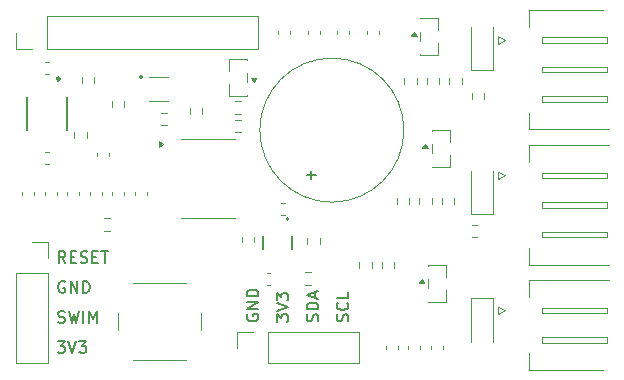
<source format=gto>
%TF.GenerationSoftware,KiCad,Pcbnew,9.0.6*%
%TF.CreationDate,2025-11-13T00:04:27-05:00*%
%TF.ProjectId,mask-board,6d61736b-2d62-46f6-9172-642e6b696361,rev?*%
%TF.SameCoordinates,Original*%
%TF.FileFunction,Legend,Top*%
%TF.FilePolarity,Positive*%
%FSLAX46Y46*%
G04 Gerber Fmt 4.6, Leading zero omitted, Abs format (unit mm)*
G04 Created by KiCad (PCBNEW 9.0.6) date 2025-11-13 00:04:27*
%MOMM*%
%LPD*%
G01*
G04 APERTURE LIST*
%ADD10C,0.200000*%
%ADD11C,0.150000*%
%ADD12C,0.120000*%
%ADD13C,0.127000*%
%ADD14C,0.100000*%
%ADD15C,0.250000*%
G04 APERTURE END LIST*
D10*
X125988482Y-99829838D02*
X125893244Y-99782219D01*
X125893244Y-99782219D02*
X125750387Y-99782219D01*
X125750387Y-99782219D02*
X125607530Y-99829838D01*
X125607530Y-99829838D02*
X125512292Y-99925076D01*
X125512292Y-99925076D02*
X125464673Y-100020314D01*
X125464673Y-100020314D02*
X125417054Y-100210790D01*
X125417054Y-100210790D02*
X125417054Y-100353647D01*
X125417054Y-100353647D02*
X125464673Y-100544123D01*
X125464673Y-100544123D02*
X125512292Y-100639361D01*
X125512292Y-100639361D02*
X125607530Y-100734600D01*
X125607530Y-100734600D02*
X125750387Y-100782219D01*
X125750387Y-100782219D02*
X125845625Y-100782219D01*
X125845625Y-100782219D02*
X125988482Y-100734600D01*
X125988482Y-100734600D02*
X126036101Y-100686980D01*
X126036101Y-100686980D02*
X126036101Y-100353647D01*
X126036101Y-100353647D02*
X125845625Y-100353647D01*
X126464673Y-100782219D02*
X126464673Y-99782219D01*
X126464673Y-99782219D02*
X127036101Y-100782219D01*
X127036101Y-100782219D02*
X127036101Y-99782219D01*
X127512292Y-100782219D02*
X127512292Y-99782219D01*
X127512292Y-99782219D02*
X127750387Y-99782219D01*
X127750387Y-99782219D02*
X127893244Y-99829838D01*
X127893244Y-99829838D02*
X127988482Y-99925076D01*
X127988482Y-99925076D02*
X128036101Y-100020314D01*
X128036101Y-100020314D02*
X128083720Y-100210790D01*
X128083720Y-100210790D02*
X128083720Y-100353647D01*
X128083720Y-100353647D02*
X128036101Y-100544123D01*
X128036101Y-100544123D02*
X127988482Y-100639361D01*
X127988482Y-100639361D02*
X127893244Y-100734600D01*
X127893244Y-100734600D02*
X127750387Y-100782219D01*
X127750387Y-100782219D02*
X127512292Y-100782219D01*
X141422338Y-102611517D02*
X141374719Y-102706755D01*
X141374719Y-102706755D02*
X141374719Y-102849612D01*
X141374719Y-102849612D02*
X141422338Y-102992469D01*
X141422338Y-102992469D02*
X141517576Y-103087707D01*
X141517576Y-103087707D02*
X141612814Y-103135326D01*
X141612814Y-103135326D02*
X141803290Y-103182945D01*
X141803290Y-103182945D02*
X141946147Y-103182945D01*
X141946147Y-103182945D02*
X142136623Y-103135326D01*
X142136623Y-103135326D02*
X142231861Y-103087707D01*
X142231861Y-103087707D02*
X142327100Y-102992469D01*
X142327100Y-102992469D02*
X142374719Y-102849612D01*
X142374719Y-102849612D02*
X142374719Y-102754374D01*
X142374719Y-102754374D02*
X142327100Y-102611517D01*
X142327100Y-102611517D02*
X142279480Y-102563898D01*
X142279480Y-102563898D02*
X141946147Y-102563898D01*
X141946147Y-102563898D02*
X141946147Y-102754374D01*
X142374719Y-102135326D02*
X141374719Y-102135326D01*
X141374719Y-102135326D02*
X142374719Y-101563898D01*
X142374719Y-101563898D02*
X141374719Y-101563898D01*
X142374719Y-101087707D02*
X141374719Y-101087707D01*
X141374719Y-101087707D02*
X141374719Y-100849612D01*
X141374719Y-100849612D02*
X141422338Y-100706755D01*
X141422338Y-100706755D02*
X141517576Y-100611517D01*
X141517576Y-100611517D02*
X141612814Y-100563898D01*
X141612814Y-100563898D02*
X141803290Y-100516279D01*
X141803290Y-100516279D02*
X141946147Y-100516279D01*
X141946147Y-100516279D02*
X142136623Y-100563898D01*
X142136623Y-100563898D02*
X142231861Y-100611517D01*
X142231861Y-100611517D02*
X142327100Y-100706755D01*
X142327100Y-100706755D02*
X142374719Y-100849612D01*
X142374719Y-100849612D02*
X142374719Y-101087707D01*
X126036101Y-98242219D02*
X125702768Y-97766028D01*
X125464673Y-98242219D02*
X125464673Y-97242219D01*
X125464673Y-97242219D02*
X125845625Y-97242219D01*
X125845625Y-97242219D02*
X125940863Y-97289838D01*
X125940863Y-97289838D02*
X125988482Y-97337457D01*
X125988482Y-97337457D02*
X126036101Y-97432695D01*
X126036101Y-97432695D02*
X126036101Y-97575552D01*
X126036101Y-97575552D02*
X125988482Y-97670790D01*
X125988482Y-97670790D02*
X125940863Y-97718409D01*
X125940863Y-97718409D02*
X125845625Y-97766028D01*
X125845625Y-97766028D02*
X125464673Y-97766028D01*
X126464673Y-97718409D02*
X126798006Y-97718409D01*
X126940863Y-98242219D02*
X126464673Y-98242219D01*
X126464673Y-98242219D02*
X126464673Y-97242219D01*
X126464673Y-97242219D02*
X126940863Y-97242219D01*
X127321816Y-98194600D02*
X127464673Y-98242219D01*
X127464673Y-98242219D02*
X127702768Y-98242219D01*
X127702768Y-98242219D02*
X127798006Y-98194600D01*
X127798006Y-98194600D02*
X127845625Y-98146980D01*
X127845625Y-98146980D02*
X127893244Y-98051742D01*
X127893244Y-98051742D02*
X127893244Y-97956504D01*
X127893244Y-97956504D02*
X127845625Y-97861266D01*
X127845625Y-97861266D02*
X127798006Y-97813647D01*
X127798006Y-97813647D02*
X127702768Y-97766028D01*
X127702768Y-97766028D02*
X127512292Y-97718409D01*
X127512292Y-97718409D02*
X127417054Y-97670790D01*
X127417054Y-97670790D02*
X127369435Y-97623171D01*
X127369435Y-97623171D02*
X127321816Y-97527933D01*
X127321816Y-97527933D02*
X127321816Y-97432695D01*
X127321816Y-97432695D02*
X127369435Y-97337457D01*
X127369435Y-97337457D02*
X127417054Y-97289838D01*
X127417054Y-97289838D02*
X127512292Y-97242219D01*
X127512292Y-97242219D02*
X127750387Y-97242219D01*
X127750387Y-97242219D02*
X127893244Y-97289838D01*
X128321816Y-97718409D02*
X128655149Y-97718409D01*
X128798006Y-98242219D02*
X128321816Y-98242219D01*
X128321816Y-98242219D02*
X128321816Y-97242219D01*
X128321816Y-97242219D02*
X128798006Y-97242219D01*
X129083721Y-97242219D02*
X129655149Y-97242219D01*
X129369435Y-98242219D02*
X129369435Y-97242219D01*
X147407100Y-103182945D02*
X147454719Y-103040088D01*
X147454719Y-103040088D02*
X147454719Y-102801993D01*
X147454719Y-102801993D02*
X147407100Y-102706755D01*
X147407100Y-102706755D02*
X147359480Y-102659136D01*
X147359480Y-102659136D02*
X147264242Y-102611517D01*
X147264242Y-102611517D02*
X147169004Y-102611517D01*
X147169004Y-102611517D02*
X147073766Y-102659136D01*
X147073766Y-102659136D02*
X147026147Y-102706755D01*
X147026147Y-102706755D02*
X146978528Y-102801993D01*
X146978528Y-102801993D02*
X146930909Y-102992469D01*
X146930909Y-102992469D02*
X146883290Y-103087707D01*
X146883290Y-103087707D02*
X146835671Y-103135326D01*
X146835671Y-103135326D02*
X146740433Y-103182945D01*
X146740433Y-103182945D02*
X146645195Y-103182945D01*
X146645195Y-103182945D02*
X146549957Y-103135326D01*
X146549957Y-103135326D02*
X146502338Y-103087707D01*
X146502338Y-103087707D02*
X146454719Y-102992469D01*
X146454719Y-102992469D02*
X146454719Y-102754374D01*
X146454719Y-102754374D02*
X146502338Y-102611517D01*
X147454719Y-102182945D02*
X146454719Y-102182945D01*
X146454719Y-102182945D02*
X146454719Y-101944850D01*
X146454719Y-101944850D02*
X146502338Y-101801993D01*
X146502338Y-101801993D02*
X146597576Y-101706755D01*
X146597576Y-101706755D02*
X146692814Y-101659136D01*
X146692814Y-101659136D02*
X146883290Y-101611517D01*
X146883290Y-101611517D02*
X147026147Y-101611517D01*
X147026147Y-101611517D02*
X147216623Y-101659136D01*
X147216623Y-101659136D02*
X147311861Y-101706755D01*
X147311861Y-101706755D02*
X147407100Y-101801993D01*
X147407100Y-101801993D02*
X147454719Y-101944850D01*
X147454719Y-101944850D02*
X147454719Y-102182945D01*
X147169004Y-101230564D02*
X147169004Y-100754374D01*
X147454719Y-101325802D02*
X146454719Y-100992469D01*
X146454719Y-100992469D02*
X147454719Y-100659136D01*
X149947100Y-103182945D02*
X149994719Y-103040088D01*
X149994719Y-103040088D02*
X149994719Y-102801993D01*
X149994719Y-102801993D02*
X149947100Y-102706755D01*
X149947100Y-102706755D02*
X149899480Y-102659136D01*
X149899480Y-102659136D02*
X149804242Y-102611517D01*
X149804242Y-102611517D02*
X149709004Y-102611517D01*
X149709004Y-102611517D02*
X149613766Y-102659136D01*
X149613766Y-102659136D02*
X149566147Y-102706755D01*
X149566147Y-102706755D02*
X149518528Y-102801993D01*
X149518528Y-102801993D02*
X149470909Y-102992469D01*
X149470909Y-102992469D02*
X149423290Y-103087707D01*
X149423290Y-103087707D02*
X149375671Y-103135326D01*
X149375671Y-103135326D02*
X149280433Y-103182945D01*
X149280433Y-103182945D02*
X149185195Y-103182945D01*
X149185195Y-103182945D02*
X149089957Y-103135326D01*
X149089957Y-103135326D02*
X149042338Y-103087707D01*
X149042338Y-103087707D02*
X148994719Y-102992469D01*
X148994719Y-102992469D02*
X148994719Y-102754374D01*
X148994719Y-102754374D02*
X149042338Y-102611517D01*
X149899480Y-101611517D02*
X149947100Y-101659136D01*
X149947100Y-101659136D02*
X149994719Y-101801993D01*
X149994719Y-101801993D02*
X149994719Y-101897231D01*
X149994719Y-101897231D02*
X149947100Y-102040088D01*
X149947100Y-102040088D02*
X149851861Y-102135326D01*
X149851861Y-102135326D02*
X149756623Y-102182945D01*
X149756623Y-102182945D02*
X149566147Y-102230564D01*
X149566147Y-102230564D02*
X149423290Y-102230564D01*
X149423290Y-102230564D02*
X149232814Y-102182945D01*
X149232814Y-102182945D02*
X149137576Y-102135326D01*
X149137576Y-102135326D02*
X149042338Y-102040088D01*
X149042338Y-102040088D02*
X148994719Y-101897231D01*
X148994719Y-101897231D02*
X148994719Y-101801993D01*
X148994719Y-101801993D02*
X149042338Y-101659136D01*
X149042338Y-101659136D02*
X149089957Y-101611517D01*
X149994719Y-100706755D02*
X149994719Y-101182945D01*
X149994719Y-101182945D02*
X148994719Y-101182945D01*
X125417054Y-103274600D02*
X125559911Y-103322219D01*
X125559911Y-103322219D02*
X125798006Y-103322219D01*
X125798006Y-103322219D02*
X125893244Y-103274600D01*
X125893244Y-103274600D02*
X125940863Y-103226980D01*
X125940863Y-103226980D02*
X125988482Y-103131742D01*
X125988482Y-103131742D02*
X125988482Y-103036504D01*
X125988482Y-103036504D02*
X125940863Y-102941266D01*
X125940863Y-102941266D02*
X125893244Y-102893647D01*
X125893244Y-102893647D02*
X125798006Y-102846028D01*
X125798006Y-102846028D02*
X125607530Y-102798409D01*
X125607530Y-102798409D02*
X125512292Y-102750790D01*
X125512292Y-102750790D02*
X125464673Y-102703171D01*
X125464673Y-102703171D02*
X125417054Y-102607933D01*
X125417054Y-102607933D02*
X125417054Y-102512695D01*
X125417054Y-102512695D02*
X125464673Y-102417457D01*
X125464673Y-102417457D02*
X125512292Y-102369838D01*
X125512292Y-102369838D02*
X125607530Y-102322219D01*
X125607530Y-102322219D02*
X125845625Y-102322219D01*
X125845625Y-102322219D02*
X125988482Y-102369838D01*
X126321816Y-102322219D02*
X126559911Y-103322219D01*
X126559911Y-103322219D02*
X126750387Y-102607933D01*
X126750387Y-102607933D02*
X126940863Y-103322219D01*
X126940863Y-103322219D02*
X127178959Y-102322219D01*
X127559911Y-103322219D02*
X127559911Y-102322219D01*
X128036101Y-103322219D02*
X128036101Y-102322219D01*
X128036101Y-102322219D02*
X128369434Y-103036504D01*
X128369434Y-103036504D02*
X128702767Y-102322219D01*
X128702767Y-102322219D02*
X128702767Y-103322219D01*
X125369435Y-104862219D02*
X125988482Y-104862219D01*
X125988482Y-104862219D02*
X125655149Y-105243171D01*
X125655149Y-105243171D02*
X125798006Y-105243171D01*
X125798006Y-105243171D02*
X125893244Y-105290790D01*
X125893244Y-105290790D02*
X125940863Y-105338409D01*
X125940863Y-105338409D02*
X125988482Y-105433647D01*
X125988482Y-105433647D02*
X125988482Y-105671742D01*
X125988482Y-105671742D02*
X125940863Y-105766980D01*
X125940863Y-105766980D02*
X125893244Y-105814600D01*
X125893244Y-105814600D02*
X125798006Y-105862219D01*
X125798006Y-105862219D02*
X125512292Y-105862219D01*
X125512292Y-105862219D02*
X125417054Y-105814600D01*
X125417054Y-105814600D02*
X125369435Y-105766980D01*
X126274197Y-104862219D02*
X126607530Y-105862219D01*
X126607530Y-105862219D02*
X126940863Y-104862219D01*
X127178959Y-104862219D02*
X127798006Y-104862219D01*
X127798006Y-104862219D02*
X127464673Y-105243171D01*
X127464673Y-105243171D02*
X127607530Y-105243171D01*
X127607530Y-105243171D02*
X127702768Y-105290790D01*
X127702768Y-105290790D02*
X127750387Y-105338409D01*
X127750387Y-105338409D02*
X127798006Y-105433647D01*
X127798006Y-105433647D02*
X127798006Y-105671742D01*
X127798006Y-105671742D02*
X127750387Y-105766980D01*
X127750387Y-105766980D02*
X127702768Y-105814600D01*
X127702768Y-105814600D02*
X127607530Y-105862219D01*
X127607530Y-105862219D02*
X127321816Y-105862219D01*
X127321816Y-105862219D02*
X127226578Y-105814600D01*
X127226578Y-105814600D02*
X127178959Y-105766980D01*
X143914719Y-103230564D02*
X143914719Y-102611517D01*
X143914719Y-102611517D02*
X144295671Y-102944850D01*
X144295671Y-102944850D02*
X144295671Y-102801993D01*
X144295671Y-102801993D02*
X144343290Y-102706755D01*
X144343290Y-102706755D02*
X144390909Y-102659136D01*
X144390909Y-102659136D02*
X144486147Y-102611517D01*
X144486147Y-102611517D02*
X144724242Y-102611517D01*
X144724242Y-102611517D02*
X144819480Y-102659136D01*
X144819480Y-102659136D02*
X144867100Y-102706755D01*
X144867100Y-102706755D02*
X144914719Y-102801993D01*
X144914719Y-102801993D02*
X144914719Y-103087707D01*
X144914719Y-103087707D02*
X144867100Y-103182945D01*
X144867100Y-103182945D02*
X144819480Y-103230564D01*
X143914719Y-102325802D02*
X144914719Y-101992469D01*
X144914719Y-101992469D02*
X143914719Y-101659136D01*
X143914719Y-101421040D02*
X143914719Y-100801993D01*
X143914719Y-100801993D02*
X144295671Y-101135326D01*
X144295671Y-101135326D02*
X144295671Y-100992469D01*
X144295671Y-100992469D02*
X144343290Y-100897231D01*
X144343290Y-100897231D02*
X144390909Y-100849612D01*
X144390909Y-100849612D02*
X144486147Y-100801993D01*
X144486147Y-100801993D02*
X144724242Y-100801993D01*
X144724242Y-100801993D02*
X144819480Y-100849612D01*
X144819480Y-100849612D02*
X144867100Y-100897231D01*
X144867100Y-100897231D02*
X144914719Y-100992469D01*
X144914719Y-100992469D02*
X144914719Y-101278183D01*
X144914719Y-101278183D02*
X144867100Y-101373421D01*
X144867100Y-101373421D02*
X144819480Y-101421040D01*
D11*
X146863866Y-91185951D02*
X146863866Y-90424047D01*
X147244819Y-90804999D02*
X146482914Y-90804999D01*
D12*
%TO.C,R5*%
X134157742Y-85520000D02*
X134632258Y-85520000D01*
X134157742Y-86565000D02*
X134632258Y-86565000D01*
%TO.C,M1*%
X162682500Y-79075000D02*
X162682500Y-79675000D01*
X162682500Y-79675000D02*
X163282500Y-79375000D01*
X163282500Y-79375000D02*
X162682500Y-79075000D01*
X165282500Y-76815000D02*
X165282500Y-78235000D01*
X165282500Y-86935000D02*
X165282500Y-85515000D01*
X166382500Y-79125000D02*
X171882500Y-79125000D01*
X166382500Y-79625000D02*
X166382500Y-79125000D01*
X166382500Y-81625000D02*
X171882500Y-81625000D01*
X166382500Y-82125000D02*
X166382500Y-81625000D01*
X166382500Y-84125000D02*
X171882500Y-84125000D01*
X166382500Y-84625000D02*
X166382500Y-84125000D01*
X171532500Y-76815000D02*
X165282500Y-76815000D01*
X171882500Y-79125000D02*
X171882500Y-79625000D01*
X171882500Y-79625000D02*
X166382500Y-79625000D01*
X171882500Y-81625000D02*
X171882500Y-82125000D01*
X171882500Y-82125000D02*
X166382500Y-82125000D01*
X171882500Y-84125000D02*
X171882500Y-84625000D01*
X171882500Y-84625000D02*
X166382500Y-84625000D01*
X172032500Y-86935000D02*
X165282500Y-86935000D01*
%TO.C,R4*%
X129970000Y-85009758D02*
X129970000Y-84535242D01*
X131015000Y-85009758D02*
X131015000Y-84535242D01*
D13*
%TO.C,U3*%
X142798000Y-97075000D02*
X142798000Y-95965000D01*
X145238000Y-95965000D02*
X145238000Y-97075000D01*
D10*
X144918000Y-94520000D02*
G75*
G02*
X144718000Y-94520000I-100000J0D01*
G01*
X144718000Y-94520000D02*
G75*
G02*
X144918000Y-94520000I100000J0D01*
G01*
D12*
%TO.C,R1*%
X146505500Y-96162742D02*
X146505500Y-96637258D01*
X147550500Y-96162742D02*
X147550500Y-96637258D01*
%TO.C,C17*%
X156970000Y-105550580D02*
X156970000Y-105269420D01*
X157990000Y-105550580D02*
X157990000Y-105269420D01*
D14*
%TO.C,D1*%
X134687500Y-82502500D02*
X133087500Y-82502500D01*
X134687500Y-84502500D02*
X133087500Y-84502500D01*
D10*
X132537500Y-82502500D02*
G75*
G02*
X132337500Y-82502500I-100000J0D01*
G01*
X132337500Y-82502500D02*
G75*
G02*
X132537500Y-82502500I100000J0D01*
G01*
D12*
%TO.C,C2*%
X124598081Y-81262501D02*
X124316921Y-81262501D01*
X124598081Y-82282501D02*
X124316921Y-82282501D01*
%TO.C,J2*%
X140592500Y-104080000D02*
X141922500Y-104080000D01*
X140592500Y-105410000D02*
X140592500Y-104080000D01*
X143192500Y-104080000D02*
X150872500Y-104080000D01*
X143192500Y-106740000D02*
X143192500Y-104080000D01*
X143192500Y-106740000D02*
X150872500Y-106740000D01*
X150872500Y-106740000D02*
X150872500Y-104080000D01*
%TO.C,C4*%
X143358580Y-99065000D02*
X143077420Y-99065000D01*
X143358580Y-100085000D02*
X143077420Y-100085000D01*
%TO.C,R20*%
X158545000Y-83104758D02*
X158545000Y-82630242D01*
X159590000Y-83104758D02*
X159590000Y-82630242D01*
%TO.C,D3*%
X160340000Y-81952500D02*
X160340000Y-78292500D01*
X160340000Y-81952500D02*
X162240000Y-81952500D01*
X162240000Y-81952500D02*
X162240000Y-78292500D01*
%TO.C,M2*%
X162682500Y-90545000D02*
X162682500Y-91145000D01*
X162682500Y-91145000D02*
X163282500Y-90845000D01*
X163282500Y-90845000D02*
X162682500Y-90545000D01*
X165282500Y-88285000D02*
X165282500Y-89705000D01*
X165282500Y-98405000D02*
X165282500Y-96985000D01*
X166382500Y-90595000D02*
X171882500Y-90595000D01*
X166382500Y-91095000D02*
X166382500Y-90595000D01*
X166382500Y-93095000D02*
X171882500Y-93095000D01*
X166382500Y-93595000D02*
X166382500Y-93095000D01*
X166382500Y-95595000D02*
X171882500Y-95595000D01*
X166382500Y-96095000D02*
X166382500Y-95595000D01*
X171882500Y-90595000D02*
X171882500Y-91095000D01*
X171882500Y-91095000D02*
X166382500Y-91095000D01*
X171882500Y-93095000D02*
X171882500Y-93595000D01*
X171882500Y-93595000D02*
X166382500Y-93595000D01*
X171882500Y-95595000D02*
X171882500Y-96095000D01*
X171882500Y-96095000D02*
X166382500Y-96095000D01*
X172032500Y-88285000D02*
X165282500Y-88285000D01*
X172032500Y-98405000D02*
X165282500Y-98405000D01*
%TO.C,R7*%
X129302742Y-94473500D02*
X129777258Y-94473500D01*
X129302742Y-95518500D02*
X129777258Y-95518500D01*
%TO.C,R11*%
X152830000Y-98187742D02*
X152830000Y-98662258D01*
X153875000Y-98187742D02*
X153875000Y-98662258D01*
%TO.C,R16*%
X140889758Y-84567500D02*
X140415242Y-84567500D01*
X140889758Y-85612500D02*
X140415242Y-85612500D01*
%TO.C,C7*%
X128077500Y-92510580D02*
X128077500Y-92229420D01*
X129097500Y-92510580D02*
X129097500Y-92229420D01*
%TO.C,C14*%
X149036000Y-78612420D02*
X149036000Y-78893580D01*
X150056000Y-78612420D02*
X150056000Y-78893580D01*
%TO.C,R15*%
X156005000Y-93264758D02*
X156005000Y-92790242D01*
X157050000Y-93264758D02*
X157050000Y-92790242D01*
%TO.C,Q4*%
X157037500Y-87022500D02*
X158557500Y-87022500D01*
X157037500Y-87072500D02*
X157037500Y-87022500D01*
X157037500Y-88972500D02*
X157037500Y-88192500D01*
X157037500Y-90142500D02*
X157037500Y-90092500D01*
X158557500Y-87022500D02*
X158557500Y-88022500D01*
X158557500Y-89142500D02*
X158557500Y-90142500D01*
X158557500Y-90142500D02*
X157037500Y-90142500D01*
X156737500Y-88532500D02*
X156257500Y-88532500D01*
X156497500Y-88202500D01*
X156737500Y-88532500D01*
G36*
X156737500Y-88532500D02*
G01*
X156257500Y-88532500D01*
X156497500Y-88202500D01*
X156737500Y-88532500D01*
G37*
%TO.C,Q3*%
X156085000Y-77497500D02*
X157605000Y-77497500D01*
X156085000Y-77547500D02*
X156085000Y-77497500D01*
X156085000Y-79447500D02*
X156085000Y-78667500D01*
X156085000Y-80617500D02*
X156085000Y-80567500D01*
X157605000Y-77497500D02*
X157605000Y-78497500D01*
X157605000Y-79617500D02*
X157605000Y-80617500D01*
X157605000Y-80617500D02*
X156085000Y-80617500D01*
X155785000Y-79007500D02*
X155305000Y-79007500D01*
X155545000Y-78677500D01*
X155785000Y-79007500D01*
G36*
X155785000Y-79007500D02*
G01*
X155305000Y-79007500D01*
X155545000Y-78677500D01*
X155785000Y-79007500D01*
G37*
%TO.C,C1*%
X124598081Y-88882501D02*
X124316921Y-88882501D01*
X124598081Y-89902501D02*
X124316921Y-89902501D01*
%TO.C,C10*%
X122362500Y-92510580D02*
X122362500Y-92229420D01*
X123382500Y-92510580D02*
X123382500Y-92229420D01*
%TO.C,Q2*%
X156720000Y-98452500D02*
X158240000Y-98452500D01*
X156720000Y-98502500D02*
X156720000Y-98452500D01*
X156720000Y-100402500D02*
X156720000Y-99622500D01*
X156720000Y-101572500D02*
X156720000Y-101522500D01*
X158240000Y-98452500D02*
X158240000Y-99452500D01*
X158240000Y-100572500D02*
X158240000Y-101572500D01*
X158240000Y-101572500D02*
X156720000Y-101572500D01*
X156420000Y-99962500D02*
X155940000Y-99962500D01*
X156180000Y-99632500D01*
X156420000Y-99962500D01*
G36*
X156420000Y-99962500D02*
G01*
X155940000Y-99962500D01*
X156180000Y-99632500D01*
X156420000Y-99962500D01*
G37*
%TO.C,R19*%
X157910000Y-93264758D02*
X157910000Y-92790242D01*
X158955000Y-93264758D02*
X158955000Y-92790242D01*
%TO.C,D2*%
X160340000Y-101245000D02*
X160340000Y-104905000D01*
X162240000Y-101245000D02*
X160340000Y-101245000D01*
X162240000Y-101245000D02*
X162240000Y-104905000D01*
%TO.C,C13*%
X151546000Y-78612420D02*
X151546000Y-78893580D01*
X152566000Y-78612420D02*
X152566000Y-78893580D01*
%TO.C,C15*%
X146526000Y-78612420D02*
X146526000Y-78893580D01*
X147546000Y-78612420D02*
X147546000Y-78893580D01*
%TO.C,U1*%
X135802500Y-87715000D02*
X140422500Y-87715000D01*
X140422500Y-94485000D02*
X135802500Y-94485000D01*
X134252500Y-88170000D02*
X133922500Y-88410000D01*
X133922500Y-87930000D01*
X134252500Y-88170000D01*
G36*
X134252500Y-88170000D02*
G01*
X133922500Y-88410000D01*
X133922500Y-87930000D01*
X134252500Y-88170000D01*
G37*
%TO.C,C16*%
X144016000Y-78612420D02*
X144016000Y-78893580D01*
X145036000Y-78612420D02*
X145036000Y-78893580D01*
%TO.C,C18*%
X153160000Y-105550580D02*
X153160000Y-105269420D01*
X154180000Y-105550580D02*
X154180000Y-105269420D01*
%TO.C,C3*%
X144321920Y-93152500D02*
X144603080Y-93152500D01*
X144321920Y-94172500D02*
X144603080Y-94172500D01*
%TO.C,M3*%
X162682500Y-101975000D02*
X162682500Y-102575000D01*
X162682500Y-102575000D02*
X163282500Y-102275000D01*
X163282500Y-102275000D02*
X162682500Y-101975000D01*
X165282500Y-99715000D02*
X165282500Y-101135000D01*
X165282500Y-107335000D02*
X165282500Y-105915000D01*
X166382500Y-102025000D02*
X171882500Y-102025000D01*
X166382500Y-102525000D02*
X166382500Y-102025000D01*
X166382500Y-104525000D02*
X171882500Y-104525000D01*
X166382500Y-105025000D02*
X166382500Y-104525000D01*
X171532500Y-107335000D02*
X165282500Y-107335000D01*
X171882500Y-102025000D02*
X171882500Y-102525000D01*
X171882500Y-102525000D02*
X166382500Y-102525000D01*
X171882500Y-104525000D02*
X171882500Y-105025000D01*
X171882500Y-105025000D02*
X166382500Y-105025000D01*
X172032500Y-99715000D02*
X165282500Y-99715000D01*
%TO.C,BZ1*%
X154690000Y-87005000D02*
G75*
G02*
X142490000Y-87005000I-6100000J0D01*
G01*
X142490000Y-87005000D02*
G75*
G02*
X154690000Y-87005000I6100000J0D01*
G01*
%TO.C,C6*%
X129982500Y-92510580D02*
X129982500Y-92229420D01*
X131002500Y-92510580D02*
X131002500Y-92229420D01*
%TO.C,R18*%
X160417742Y-95045000D02*
X160892258Y-95045000D01*
X160417742Y-96090000D02*
X160892258Y-96090000D01*
%TO.C,R13*%
X156640000Y-83104758D02*
X156640000Y-82630242D01*
X157685000Y-83104758D02*
X157685000Y-82630242D01*
%TO.C,C8*%
X126172500Y-92510580D02*
X126172500Y-92229420D01*
X127192500Y-92510580D02*
X127192500Y-92229420D01*
%TO.C,D4*%
X160340000Y-94147500D02*
X160340000Y-90487500D01*
X160340000Y-94147500D02*
X162240000Y-94147500D01*
X162240000Y-94147500D02*
X162240000Y-90487500D01*
%TO.C,R12*%
X154735000Y-83104758D02*
X154735000Y-82630242D01*
X155780000Y-83104758D02*
X155780000Y-82630242D01*
%TO.C,SW1*%
X130485000Y-102465000D02*
X130485000Y-103965000D01*
X131735000Y-106465000D02*
X136235000Y-106465000D01*
X136235000Y-99965000D02*
X131735000Y-99965000D01*
X137485000Y-103965000D02*
X137485000Y-102465000D01*
%TO.C,R17*%
X140889758Y-86155000D02*
X140415242Y-86155000D01*
X140889758Y-87200000D02*
X140415242Y-87200000D01*
D11*
%TO.C,U2*%
X122757502Y-84182501D02*
X122757502Y-86982501D01*
X126157500Y-84182501D02*
X126157500Y-86982501D01*
D15*
X125557501Y-82679400D02*
G75*
G02*
X125307499Y-82679400I-125001J0D01*
G01*
X125307499Y-82679400D02*
G75*
G02*
X125557501Y-82679400I125001J0D01*
G01*
D12*
%TO.C,R9*%
X127430000Y-82977258D02*
X127430000Y-82502742D01*
X128475000Y-82977258D02*
X128475000Y-82502742D01*
%TO.C,C5*%
X131887500Y-92510580D02*
X131887500Y-92229420D01*
X132907500Y-92510580D02*
X132907500Y-92229420D01*
%TO.C,R21*%
X160450000Y-84374758D02*
X160450000Y-83900242D01*
X161495000Y-84374758D02*
X161495000Y-83900242D01*
%TO.C,C9*%
X124267500Y-92510580D02*
X124267500Y-92229420D01*
X125287500Y-92510580D02*
X125287500Y-92229420D01*
%TO.C,C11*%
X128705000Y-88914420D02*
X128705000Y-89195580D01*
X129725000Y-88914420D02*
X129725000Y-89195580D01*
%TO.C,R3*%
X146795258Y-99052500D02*
X146320742Y-99052500D01*
X146795258Y-100097500D02*
X146320742Y-100097500D01*
%TO.C,C19*%
X155065000Y-105550580D02*
X155065000Y-105269420D01*
X156085000Y-105550580D02*
X156085000Y-105269420D01*
%TO.C,J1*%
X121860000Y-99060000D02*
X121860000Y-106740000D01*
X121860000Y-99060000D02*
X124520000Y-99060000D01*
X121860000Y-106740000D02*
X124520000Y-106740000D01*
X123190000Y-96460000D02*
X124520000Y-96460000D01*
X124520000Y-96460000D02*
X124520000Y-97790000D01*
X124520000Y-99060000D02*
X124520000Y-106740000D01*
%TO.C,R8*%
X126787500Y-87160242D02*
X126787500Y-87634758D01*
X127832500Y-87160242D02*
X127832500Y-87634758D01*
%TO.C,R10*%
X150925000Y-98187742D02*
X150925000Y-98662258D01*
X151970000Y-98187742D02*
X151970000Y-98662258D01*
%TO.C,R2*%
X140955500Y-96503258D02*
X140955500Y-96028742D01*
X142000500Y-96503258D02*
X142000500Y-96028742D01*
%TO.C,Q1*%
X139907500Y-80992500D02*
X141427500Y-80992500D01*
X139907500Y-81992500D02*
X139907500Y-80992500D01*
X139907500Y-84112500D02*
X139907500Y-83112500D01*
X141427500Y-80992500D02*
X141427500Y-81042500D01*
X141427500Y-82162500D02*
X141427500Y-82942500D01*
X141427500Y-84062500D02*
X141427500Y-84112500D01*
X141427500Y-84112500D02*
X139907500Y-84112500D01*
X141967500Y-82932500D02*
X141727500Y-82602500D01*
X142207500Y-82602500D01*
X141967500Y-82932500D01*
G36*
X141967500Y-82932500D02*
G01*
X141727500Y-82602500D01*
X142207500Y-82602500D01*
X141967500Y-82932500D01*
G37*
%TO.C,R6*%
X136540000Y-85644758D02*
X136540000Y-85170242D01*
X137585000Y-85644758D02*
X137585000Y-85170242D01*
%TO.C,R14*%
X154100000Y-93264758D02*
X154100000Y-92790242D01*
X155145000Y-93264758D02*
X155145000Y-92790242D01*
%TO.C,A1*%
X121810000Y-80120000D02*
X121810000Y-78740000D01*
X123190000Y-80120000D02*
X121810000Y-80120000D01*
X124460000Y-77360000D02*
X124460000Y-80120000D01*
X124460000Y-77360000D02*
X142350000Y-77360000D01*
X124460000Y-80120000D02*
X142350000Y-80120000D01*
X142350000Y-77360000D02*
X142350000Y-80120000D01*
%TD*%
M02*

</source>
